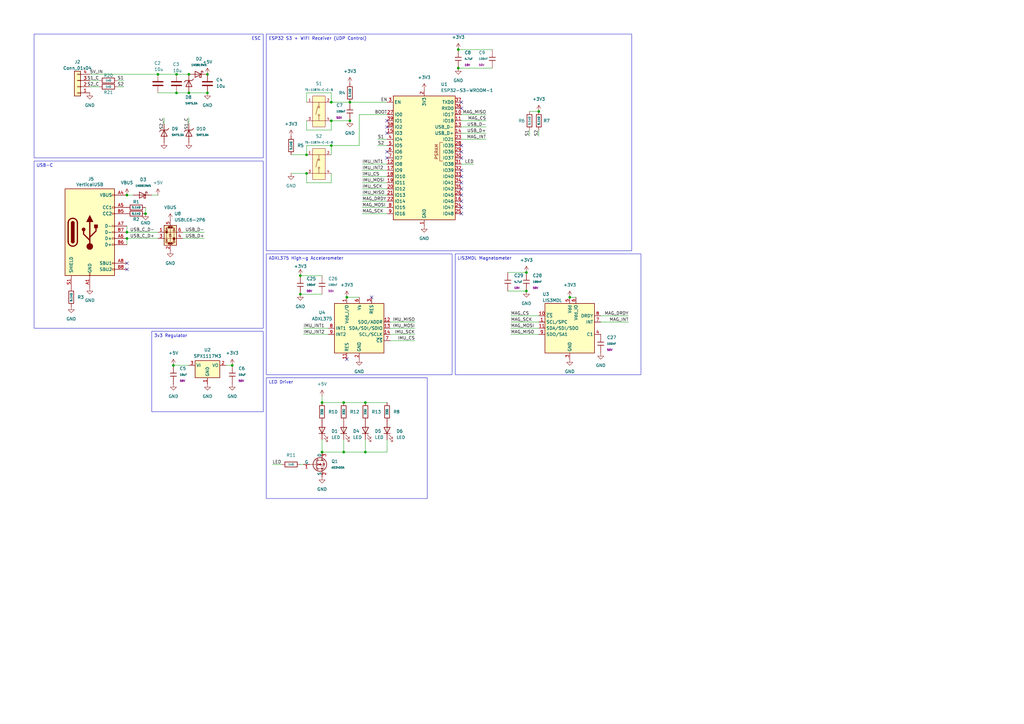
<source format=kicad_sch>
(kicad_sch (version 20250114) (generator "eeschema") (generator_version "9.0")
  (paper "A3")
  (text_box "ADXL375 High-g Accelerometer" (at 109.22 104.14 0) (size 76.2 49.53) (margins 0.9525 0.9525 0.9525 0.9525) (effects (font (size 1.27 1.27)) (justify left top)))
  (text_box "ESC" (at 13.97 13.97 0) (size 93.98 50.8) (margins 0.9525 0.9525 0.9525 0.9525) (effects (font (size 1.27 1.27)) (justify right top)))
  (text_box "LIS3MDL Magnetometer" (at 186.69 104.14 0) (size 76.2 49.53) (margins 0.9525 0.9525 0.9525 0.9525) (effects (font (size 1.27 1.27)) (justify left top)))
  (text_box "LED Driver" (at 109.22 154.94 0) (size 66.04 49.53) (margins 0.9525 0.9525 0.9525 0.9525) (effects (font (size 1.27 1.27)) (justify left top)))
  (text_box "3v3 Regulator" (at 62.23 135.89 0) (size 45.72 33.02) (margins 0.9525 0.9525 0.9525 0.9525) (effects (font (size 1.27 1.27)) (justify left top)))
  (text_box "USB-C" (at 13.97 66.04 0) (size 93.98 68.58) (margins 0.9525 0.9525 0.9525 0.9525) (effects (font (size 1.27 1.27)) (justify left top)))
  (text_box "ESP32 S3 + WIFI Receiver (UDP Control)" (at 109.22 13.97 0) (size 149.86 88.9) (margins 0.9525 0.9525 0.9525 0.9525) (effects (font (size 1.27 1.27)) (justify left top)))
  (junction (at 125.73 71.12))
  (junction (at 52.07 80.01))
  (junction (at 59.69 87.63))
  (junction (at 135.89 59.69))
  (junction (at 220.98 45.72))
  (junction (at 149.86 185.42))
  (junction (at 142.24 121.92))
  (junction (at 77.47 30.48))
  (junction (at 52.07 95.25))
  (junction (at 123.19 120.65))
  (junction (at 52.07 97.79))
  (junction (at 85.09 30.48))
  (junction (at 215.9 111.76))
  (junction (at 135.89 41.91))
  (junction (at 140.97 165.1))
  (junction (at 77.47 38.1))
  (junction (at 187.96 27.94))
  (junction (at 125.73 63.5))
  (junction (at 85.09 38.1))
  (junction (at 135.89 49.53))
  (junction (at 132.08 185.42))
  (junction (at 64.77 30.48))
  (junction (at 187.96 20.32))
  (junction (at 71.12 149.86))
  (junction (at 72.39 30.48))
  (junction (at 132.08 165.1))
  (junction (at 143.51 41.91))
  (junction (at 72.39 38.1))
  (junction (at 95.25 149.86))
  (junction (at 215.9 119.38))
  (junction (at 123.19 113.03))
  (junction (at 149.86 165.1))
  (junction (at 140.97 185.42))
  (junction (at 233.68 121.92))
  (junction (at 143.51 49.53))
  (no_connect (at 158.75 64.77))
  (no_connect (at 189.23 80.01))
  (no_connect (at 158.75 49.53))
  (no_connect (at 189.23 44.45))
  (no_connect (at 158.75 62.23))
  (no_connect (at 189.23 69.85))
  (no_connect (at 52.07 110.49))
  (no_connect (at 189.23 74.93))
  (no_connect (at 189.23 64.77))
  (no_connect (at 189.23 87.63))
  (no_connect (at 189.23 82.55))
  (no_connect (at 189.23 41.91))
  (no_connect (at 52.07 107.95))
  (no_connect (at 189.23 59.69))
  (no_connect (at 158.75 54.61))
  (no_connect (at 189.23 72.39))
  (no_connect (at 189.23 85.09))
  (no_connect (at 158.75 52.07))
  (no_connect (at 189.23 62.23))
  (no_connect (at 189.23 77.47))
  (no_connect (at 152.4 121.92))
  (no_connect (at 142.24 147.32))
  (wire (pts (xy 148.59 85.09) (xy 158.75 85.09)))
  (wire (pts (xy 147.32 121.92) (xy 142.24 121.92)))
  (wire (pts (xy 135.89 59.69) (xy 135.89 63.5)))
  (wire (pts (xy 140.97 185.42) (xy 149.86 185.42)))
  (wire (pts (xy 40.64 33.02) (xy 36.83 33.02)))
  (wire (pts (xy 233.68 121.92) (xy 236.22 121.92)))
  (wire (pts (xy 111.76 190.5) (xy 115.57 190.5)))
  (wire (pts (xy 124.46 137.16) (xy 134.62 137.16)))
  (wire (pts (xy 135.89 41.91) (xy 143.51 41.91)))
  (wire (pts (xy 148.59 80.01) (xy 158.75 80.01)))
  (wire (pts (xy 52.07 95.25) (xy 64.77 95.25)))
  (wire (pts (xy 160.02 132.08) (xy 170.18 132.08)))
  (wire (pts (xy 71.12 149.86) (xy 77.47 149.86)))
  (wire (pts (xy 209.55 129.54) (xy 220.98 129.54)))
  (wire (pts (xy 74.93 95.25) (xy 83.82 95.25)))
  (wire (pts (xy 189.23 67.31) (xy 194.31 67.31)))
  (wire (pts (xy 123.19 120.65) (xy 132.08 120.65)))
  (wire (pts (xy 119.38 71.12) (xy 125.73 71.12)))
  (wire (pts (xy 160.02 137.16) (xy 170.18 137.16)))
  (wire (pts (xy 125.73 38.1) (xy 135.89 38.1)))
  (wire (pts (xy 54.61 80.01) (xy 52.07 80.01)))
  (wire (pts (xy 217.17 45.72) (xy 220.98 45.72)))
  (wire (pts (xy 246.38 132.08) (xy 257.81 132.08)))
  (wire (pts (xy 154.94 57.15) (xy 158.75 57.15)))
  (wire (pts (xy 148.59 87.63) (xy 158.75 87.63)))
  (wire (pts (xy 125.73 53.34) (xy 125.73 49.53)))
  (wire (pts (xy 135.89 59.69) (xy 147.32 59.69)))
  (wire (pts (xy 124.46 134.62) (xy 134.62 134.62)))
  (wire (pts (xy 119.38 63.5) (xy 125.73 63.5)))
  (wire (pts (xy 72.39 30.48) (xy 77.47 30.48)))
  (wire (pts (xy 52.07 97.79) (xy 64.77 97.79)))
  (wire (pts (xy 158.75 185.42) (xy 149.86 185.42)))
  (wire (pts (xy 95.25 149.86) (xy 92.71 149.86)))
  (wire (pts (xy 59.69 85.09) (xy 59.69 87.63)))
  (wire (pts (xy 132.08 165.1) (xy 140.97 165.1)))
  (wire (pts (xy 149.86 165.1) (xy 158.75 165.1)))
  (wire (pts (xy 64.77 30.48) (xy 72.39 30.48)))
  (wire (pts (xy 67.31 48.26) (xy 67.31 50.8)))
  (wire (pts (xy 132.08 185.42) (xy 140.97 185.42)))
  (wire (pts (xy 125.73 71.12) (xy 125.73 74.93)))
  (wire (pts (xy 64.77 38.1) (xy 72.39 38.1)))
  (wire (pts (xy 220.98 53.34) (xy 220.98 55.88)))
  (wire (pts (xy 140.97 180.34) (xy 140.97 185.42)))
  (wire (pts (xy 154.94 59.69) (xy 158.75 59.69)))
  (wire (pts (xy 187.96 27.94) (xy 201.93 27.94)))
  (wire (pts (xy 40.64 35.56) (xy 36.83 35.56)))
  (wire (pts (xy 189.23 57.15) (xy 199.39 57.15)))
  (wire (pts (xy 143.51 41.91) (xy 158.75 41.91)))
  (wire (pts (xy 148.59 82.55) (xy 158.75 82.55)))
  (wire (pts (xy 209.55 134.62) (xy 220.98 134.62)))
  (wire (pts (xy 148.59 74.93) (xy 158.75 74.93)))
  (wire (pts (xy 208.28 119.38) (xy 215.9 119.38)))
  (wire (pts (xy 50.8 33.02) (xy 48.26 33.02)))
  (wire (pts (xy 147.32 59.69) (xy 147.32 46.99)))
  (wire (pts (xy 148.59 77.47) (xy 158.75 77.47)))
  (wire (pts (xy 189.23 54.61) (xy 199.39 54.61)))
  (wire (pts (xy 62.23 80.01) (xy 64.77 80.01)))
  (wire (pts (xy 123.19 190.5) (xy 124.46 190.5)))
  (wire (pts (xy 217.17 53.34) (xy 217.17 55.88)))
  (wire (pts (xy 125.73 59.69) (xy 135.89 59.69)))
  (wire (pts (xy 149.86 180.34) (xy 149.86 185.42)))
  (wire (pts (xy 132.08 162.56) (xy 132.08 165.1)))
  (wire (pts (xy 36.83 30.48) (xy 64.77 30.48)))
  (wire (pts (xy 132.08 185.42) (xy 132.08 180.34)))
  (wire (pts (xy 77.47 48.26) (xy 77.47 50.8)))
  (wire (pts (xy 135.89 38.1) (xy 135.89 41.91)))
  (wire (pts (xy 52.07 92.71) (xy 52.07 95.25)))
  (wire (pts (xy 246.38 129.54) (xy 257.81 129.54)))
  (wire (pts (xy 147.32 46.99) (xy 158.75 46.99)))
  (wire (pts (xy 135.89 74.93) (xy 135.89 71.12)))
  (wire (pts (xy 148.59 69.85) (xy 158.75 69.85)))
  (wire (pts (xy 148.59 67.31) (xy 158.75 67.31)))
  (wire (pts (xy 125.73 63.5) (xy 125.73 59.69)))
  (wire (pts (xy 148.59 72.39) (xy 158.75 72.39)))
  (wire (pts (xy 135.89 49.53) (xy 143.51 49.53)))
  (wire (pts (xy 209.55 132.08) (xy 220.98 132.08)))
  (wire (pts (xy 74.93 97.79) (xy 83.82 97.79)))
  (wire (pts (xy 135.89 49.53) (xy 135.89 53.34)))
  (wire (pts (xy 160.02 139.7) (xy 170.18 139.7)))
  (wire (pts (xy 125.73 41.91) (xy 125.73 38.1)))
  (wire (pts (xy 50.8 35.56) (xy 48.26 35.56)))
  (wire (pts (xy 187.96 20.32) (xy 201.93 20.32)))
  (wire (pts (xy 125.73 74.93) (xy 135.89 74.93)))
  (wire (pts (xy 135.89 53.34) (xy 125.73 53.34)))
  (wire (pts (xy 140.97 165.1) (xy 149.86 165.1)))
  (wire (pts (xy 208.28 111.76) (xy 215.9 111.76)))
  (wire (pts (xy 77.47 38.1) (xy 85.09 38.1)))
  (wire (pts (xy 72.39 38.1) (xy 77.47 38.1)))
  (wire (pts (xy 189.23 49.53) (xy 199.39 49.53)))
  (wire (pts (xy 123.19 113.03) (xy 132.08 113.03)))
  (wire (pts (xy 160.02 134.62) (xy 170.18 134.62)))
  (wire (pts (xy 52.07 97.79) (xy 52.07 100.33)))
  (wire (pts (xy 209.55 137.16) (xy 220.98 137.16)))
  (wire (pts (xy 189.23 46.99) (xy 199.39 46.99)))
  (wire (pts (xy 158.75 180.34) (xy 158.75 185.42)))
  (wire (pts (xy 189.23 52.07) (xy 199.39 52.07)))
  (label "MAG_SCK" (at 209.55 132.08 0))
  (label "MAG_CS" (at 209.55 129.54 0))
  (label "IMU_CS" (at 148.59 72.39 0))
  (label "LED" (at 194.31 67.31 180))
  (label "IMU_INT1" (at 124.46 134.62 0))
  (label "IMU_MOSI" (at 170.18 134.62 180))
  (label "IMU_SCK" (at 170.18 137.16 180))
  (label "S2" (at 220.98 55.88 90))
  (label "S2" (at 154.94 59.69 0))
  (label "USB_D+" (at 83.82 97.79 180))
  (label "LED" (at 111.76 190.5 0))
  (label "IMU_INT1" (at 148.59 67.31 0))
  (label "MAG_INT" (at 257.81 132.08 180))
  (label "USB_D-" (at 199.39 52.07 180))
  (label "MAG_MISO" (at 199.39 46.99 180))
  (label "IMU_INT2" (at 124.46 137.16 0))
  (label "MAG_DRDY" (at 257.81 129.54 180))
  (label "IMU_MOSI" (at 148.59 74.93 0))
  (label "IMU_SCK" (at 148.59 77.47 0))
  (label "MAG_CS" (at 199.39 49.53 180))
  (label "MAG_INT" (at 199.39 57.15 180))
  (label "MAG_MISO" (at 209.55 137.16 0))
  (label "S2_C" (at 67.31 48.26 270))
  (label "MAG_MOSI" (at 148.59 85.09 0))
  (label "MAG_SCK" (at 148.59 87.63 0))
  (label "IMU_MISO" (at 170.18 132.08 180))
  (label "MAG_MOSI" (at 209.55 134.62 0))
  (label "MAG_DRDY" (at 148.59 82.55 0))
  (label "IMU_MISO" (at 148.59 80.01 0))
  (label "S1" (at 154.94 57.15 0))
  (label "S2" (at 50.8 35.56 180))
  (label "S2_C" (at 40.64 35.56 180))
  (label "S1_C" (at 77.47 48.26 270))
  (label "USB_C_D-" (at 53.34 95.25 0))
  (label "S1" (at 50.8 33.02 180))
  (label "USB_D-" (at 83.82 95.25 180))
  (label "EN" (at 156.21 41.91 0))
  (label "USB_D+" (at 199.39 54.61 180))
  (label "S1_C" (at 40.64 33.02 180))
  (label "S1" (at 217.17 55.88 90))
  (label "USB_C_D+" (at 53.34 97.79 0))
  (label "5V_IN" (at 36.83 30.48 0))
  (label "BOOT" (at 153.67 46.99 0))
  (label "IMU_CS" (at 170.18 139.7 180))
  (label "IMU_INT2" (at 148.59 69.85 0))
  (symbol (lib_id "PCM_JLCPCB-Connectors_Buttons:Tactile Button, 160gf, 12V, 50mA, 5.1mm") (at 130.81 44.45 0) (unit 1)
    (property "Reference" "S1" (at 130.81 34.29 0))
    (property "Value" "TS-1187A-C-C-B" (at 130.81 36.83 0) (effects (font (size 0.8 0.8))))
    (property "Footprint" "PCM_JLCPCB:SW-SMD_4P-L5.1-W5.1-P3.70-LS6.5-TL-2" (effects (hide yes)))
    (property "Datasheet" "https://www.lcsc.com/datasheet/lcsc_datasheet_2304140030_XKB-Connection-TS-1187A-B-A-B_C318884.pdf" (effects (hide yes)))
    (property "Description" "None Without 50mA 5.1mm 100000 Times 160gf 12V 5.1mm 1.5mm Round Button Standing paste SPST SMD Tactile Switches ROHS" (effects (hide yes)))
    (property "LCSC" "C318889" (effects (hide yes)))
    (property "Stock" "472664" (effects (hide yes)))
    (property "Price" "0.025USD" (effects (hide yes)))
    (property "Process" "SMT" (effects (hide yes)))
    (property "Minimum Qty" "10" (effects (hide yes)))
    (property "Attrition Qty" "5" (effects (hide yes)))
    (property "Class" "Basic Component" (effects (hide yes)))
    (property "Category" "Switches,Tactile Switches" (effects (hide yes)))
    (property "Manufacturer" "XKB Connectivity" (effects (hide yes)))
    (property "Part" "TS-1187A-B-A-B" (effects (hide yes)))
    (property "Switch Length" "5.1mm" (effects (hide yes)))
    (property "Voltage Rating (Dc)" "12V" (effects (hide yes)))
    (property "With Lamp" "No" (effects (hide yes)))
    (property "Operating Force" "160gf" (effects (hide yes)))
    (property "Actuator/Cap Color" "Golden" (effects (hide yes)))
    (property "Mechanical Life" "100000 Times" (effects (hide yes)))
    (property "Strike Gundam" "NO" (effects (hide yes)))
    (property "Circuit" "SPST" (effects (hide yes)))
    (property "Switch Height" "1.5mm" (effects (hide yes)))
    (property "Actuator Style" "Round Button" (effects (hide yes)))
    (property "Switch Width" "5.1mm" (effects (hide yes)))
    (property "Contact Current" "50mA" (effects (hide yes)))
    (property "Operating Temperature" "-30°C~+85°C" (effects (hide yes)))
    (property "Mounting Style" "Brick nogging" (effects (hide yes)))
  )
  (symbol (lib_id "power:+5V") (at 132.08 162.56 0) (unit 1)
    (property "Reference" "#PWR043" (effects (hide yes)))
    (property "Value" "+5V" (at 132.08 157.48 0))
    (property "Description" "Power symbol creates a global label with name \"+5V\"" (effects (hide yes)))
  )
  (symbol (lib_id "power:+3V3") (at 215.9 111.76 0) (unit 1)
    (property "Reference" "#PWR051" (effects (hide yes)))
    (property "Value" "+3V3" (at 215.9 106.68 0))
    (property "Description" "Power symbol creates a global label with name \"+3V3\"" (effects (hide yes)))
  )
  (symbol (lib_id "power:GND") (at 119.38 71.12 0) (unit 1)
    (property "Reference" "#PWR023" (effects (hide yes)))
    (property "Value" "GND" (at 119.38 76.2 0))
    (property "Description" "Power symbol creates a global label with name \"GND\" , ground" (effects (hide yes)))
  )
  (symbol (lib_id "power:+3V3") (at 187.96 20.32 0) (unit 1)
    (property "Reference" "#PWR024" (effects (hide yes)))
    (property "Value" "+3V3" (at 187.96 15.24 0))
    (property "Description" "Power symbol creates a global label with name \"+3V3\"" (effects (hide yes)))
  )
  (symbol (lib_id "PCM_JLCPCB-Diodes:TVS-Uni,SMF5.0A") (at 77.47 34.29 180) (unit 1)
    (property "Reference" "D8" (at 75.946 39.878 0) (effects (justify right)))
    (property "Value" "SMF5.0A" (at 75.946 42.4181 0) (effects (font (size 0.8 0.8)) (justify right)))
    (property "Footprint" "PCM_JLCPCB:D_SOD-123FL" (effects (hide yes)))
    (property "Datasheet" "https://wmsc.lcsc.com/wmsc/upload/file/pdf/v2/lcsc/2312041000_hongjiacheng-SMF5-0A_C19077497.pdf" (effects (hide yes)))
    (property "Description" "27.4A 7.3V 200W 6.4V Unidirectional 5V SOD-123FL ESD and Surge Protection (TVS/ESD) ROHS" (effects (hide yes)))
    (property "LCSC" "C19077497" (effects (hide yes)))
    (property "Stock" "158412" (effects (hide yes)))
    (property "Price" "0.028USD" (effects (hide yes)))
    (property "Process" "SMT" (effects (hide yes)))
    (property "Minimum Qty" "15" (effects (hide yes)))
    (property "Attrition Qty" "4" (effects (hide yes)))
    (property "Class" "Preferred Component" (effects (hide yes)))
    (property "Category" "Circuit Protection,ESD And Surge Protection (TVS/ESD)" (effects (hide yes)))
    (property "Manufacturer" "hongjiacheng" (effects (hide yes)))
    (property "Part" "SMF5.0A" (effects (hide yes)))
  )
  (symbol (lib_id "power:GND") (at 95.25 157.48 0) (unit 1)
    (property "Reference" "#PWR018" (effects (hide yes)))
    (property "Value" "GND" (at 95.25 162.56 0))
    (property "Description" "Power symbol creates a global label with name \"GND\" , ground" (effects (hide yes)))
  )
  (symbol (lib_id "PCM_JLCPCB-Diodes:Schottky,1N5819WS") (at 58.42 80.01 90) (unit 1)
    (property "Reference" "D3" (at 58.7375 73.66 90))
    (property "Value" "1N5819WS" (at 58.7375 76.2 90) (effects (font (size 0.8 0.8))))
    (property "Footprint" "PCM_JLCPCB:D_SOD-323" (effects (hide yes)))
    (property "Datasheet" "https://www.lcsc.com/datasheet/lcsc_datasheet_2409300937_Guangdong-Hottech-1N5819WS_C191023.pdf" (effects (hide yes)))
    (property "Description" "40V 600mV@1A 1A SOD-323 Schottky Diodes ROHS" (effects (hide yes)))
    (property "LCSC" "C191023" (effects (hide yes)))
    (property "Stock" "1836556" (effects (hide yes)))
    (property "Price" "0.013USD" (effects (hide yes)))
    (property "Process" "SMT" (effects (hide yes)))
    (property "Minimum Qty" "20" (effects (hide yes)))
    (property "Attrition Qty" "10" (effects (hide yes)))
    (property "Class" "Basic Component" (effects (hide yes)))
    (property "Category" "Diodes,Schottky Barrier Diodes (SBD)" (effects (hide yes)))
    (property "Manufacturer" "Guangdong Hottech" (effects (hide yes)))
    (property "Part" "1N5819WS" (effects (hide yes)))
    (property "Rectified Current" "1A" (effects (hide yes)))
    (property "Forward Voltage (Vf@If)" "600mV@1A" (effects (hide yes)))
    (property "Reverse Voltage (Vr)" "40V" (effects (hide yes)))
  )
  (symbol (lib_id "power:+3V3") (at 143.51 34.29 0) (unit 1)
    (property "Reference" "#PWR020" (effects (hide yes)))
    (property "Value" "+3V3" (at 143.51 29.21 0))
    (property "Description" "Power symbol creates a global label with name \"+3V3\"" (effects (hide yes)))
  )
  (symbol (lib_id "power:+3V3") (at 233.68 121.92 0) (unit 1)
    (property "Reference" "#PWR048" (effects (hide yes)))
    (property "Value" "+3V3" (at 233.68 116.84 0))
    (property "Description" "Power symbol creates a global label with name \"+3V3\"" (effects (hide yes)))
  )
  (symbol (lib_id "PCM_JLCPCB-Capacitors:0805,10uF,(2)") (at 95.25 153.67 0) (unit 1)
    (property "Reference" "C6" (at 97.79 151.1299 0) (effects (justify left)))
    (property "Value" "10uF" (at 97.79 153.67 0) (effects (font (size 0.8 0.8)) (justify left)))
    (property "Footprint" "PCM_JLCPCB:C_0805" (effects (hide yes)))
    (property "Datasheet" "https://www.lcsc.com/datasheet/lcsc_datasheet_2411041759_Murata-Electronics-GRM21BR61H106KE43L_C440198.pdf" (effects (hide yes)))
    (property "Description" "50V 10uF X5R ±10% 0805 Multilayer Ceramic Capacitors MLCC - SMD/SMT ROHS" (effects (hide yes)))
    (property "LCSC" "C440198" (effects (hide yes)))
    (property "Stock" "1422246" (effects (hide yes)))
    (property "Price" "0.066USD" (effects (hide yes)))
    (property "Process" "SMT" (effects (hide yes)))
    (property "Minimum Qty" "5" (effects (hide yes)))
    (property "Attrition Qty" "4" (effects (hide yes)))
    (property "Class" "Basic Component" (effects (hide yes)))
    (property "Category" "Capacitors,Multilayer Ceramic Capacitors MLCC - SMD/SMT" (effects (hide yes)))
    (property "Manufacturer" "Murata Electronics" (effects (hide yes)))
    (property "Part" "GRM21BR61H106KE43L" (effects (hide yes)))
    (property "Voltage Rated" "50V" (at 97.79 156.21 0) (effects (font (size 0.8 0.8)) (justify left)))
    (property "Tolerance" "±10%" (effects (hide yes)))
    (property "Capacitance" "10uF" (effects (hide yes)))
    (property "Temperature Coefficient" "X5R" (effects (hide yes)))
  )
  (symbol (lib_id "PCM_JLCPCB-Capacitors:0805,10uF,(2)") (at 71.12 153.67 0) (unit 1)
    (property "Reference" "C5" (at 73.66 151.1299 0) (effects (justify left)))
    (property "Value" "10uF" (at 73.66 153.67 0) (effects (font (size 0.8 0.8)) (justify left)))
    (property "Footprint" "PCM_JLCPCB:C_0805" (effects (hide yes)))
    (property "Datasheet" "https://www.lcsc.com/datasheet/lcsc_datasheet_2411041759_Murata-Electronics-GRM21BR61H106KE43L_C440198.pdf" (effects (hide yes)))
    (property "Description" "50V 10uF X5R ±10% 0805 Multilayer Ceramic Capacitors MLCC - SMD/SMT ROHS" (effects (hide yes)))
    (property "LCSC" "C440198" (effects (hide yes)))
    (property "Stock" "1422246" (effects (hide yes)))
    (property "Price" "0.066USD" (effects (hide yes)))
    (property "Process" "SMT" (effects (hide yes)))
    (property "Minimum Qty" "5" (effects (hide yes)))
    (property "Attrition Qty" "4" (effects (hide yes)))
    (property "Class" "Basic Component" (effects (hide yes)))
    (property "Category" "Capacitors,Multilayer Ceramic Capacitors MLCC - SMD/SMT" (effects (hide yes)))
    (property "Manufacturer" "Murata Electronics" (effects (hide yes)))
    (property "Part" "GRM21BR61H106KE43L" (effects (hide yes)))
    (property "Voltage Rated" "50V" (at 73.66 156.21 0) (effects (font (size 0.8 0.8)) (justify left)))
    (property "Tolerance" "±10%" (effects (hide yes)))
    (property "Capacitance" "10uF" (effects (hide yes)))
    (property "Temperature Coefficient" "X5R" (effects (hide yes)))
  )
  (symbol (lib_id "power:+5V") (at 71.12 149.86 0) (unit 1)
    (property "Reference" "#PWR015" (effects (hide yes)))
    (property "Value" "+5V" (at 71.12 144.78 0))
    (property "Description" "Power symbol creates a global label with name \"+5V\"" (effects (hide yes)))
  )
  (symbol (lib_id "Device:LED") (at 140.97 176.53 90) (unit 1)
    (property "Reference" "D4" (at 144.78 176.8474 90) (effects (justify right)))
    (property "Value" "LED" (at 144.78 179.3874 90) (effects (justify right)))
    (property "Footprint" "LED_SMD:LED_PLCC_2835" (effects (hide yes)))
    (property "Description" "Light emitting diode" (effects (hide yes)))
    (property "Sim.Pins" "1=K 2=A" (effects (hide yes)))
    (property "LCSC" "C2843871" (effects (hide yes)))
  )
  (symbol (lib_id "power:GND") (at 36.83 118.11 0) (unit 1)
    (property "Reference" "#PWR011" (effects (hide yes)))
    (property "Value" "GND" (at 36.83 123.19 0))
    (property "Description" "Power symbol creates a global label with name \"GND\" , ground" (effects (hide yes)))
  )
  (symbol (lib_id "PCM_JLCPCB-Diodes:TVS-Uni,SMF5.0A") (at 77.47 54.61 180) (unit 1)
    (property "Reference" "D10" (at 80.518 52.832 0) (effects (justify right)))
    (property "Value" "SMF5.0A" (at 80.518 55.3721 0) (effects (font (size 0.8 0.8)) (justify right)))
    (property "Footprint" "PCM_JLCPCB:D_SOD-123FL" (effects (hide yes)))
    (property "Datasheet" "https://wmsc.lcsc.com/wmsc/upload/file/pdf/v2/lcsc/2312041000_hongjiacheng-SMF5-0A_C19077497.pdf" (effects (hide yes)))
    (property "Description" "27.4A 7.3V 200W 6.4V Unidirectional 5V SOD-123FL ESD and Surge Protection (TVS/ESD) ROHS" (effects (hide yes)))
    (property "LCSC" "C19077497" (effects (hide yes)))
    (property "Stock" "158412" (effects (hide yes)))
    (property "Price" "0.028USD" (effects (hide yes)))
    (property "Process" "SMT" (effects (hide yes)))
    (property "Minimum Qty" "15" (effects (hide yes)))
    (property "Attrition Qty" "4" (effects (hide yes)))
    (property "Class" "Preferred Component" (effects (hide yes)))
    (property "Category" "Circuit Protection,ESD And Surge Protection (TVS/ESD)" (effects (hide yes)))
    (property "Manufacturer" "hongjiacheng" (effects (hide yes)))
    (property "Part" "SMF5.0A" (effects (hide yes)))
  )
  (symbol (lib_id "power:GND") (at 59.69 87.63 0) (unit 1)
    (property "Reference" "#PWR07" (effects (hide yes)))
    (property "Value" "GND" (at 59.69 91.44 0))
    (property "Description" "Power symbol creates a global label with name \"GND\" , ground" (effects (hide yes)))
  )
  (symbol (lib_id "power:GND") (at 123.19 120.65 0) (unit 1)
    (property "Reference" "#PWR046" (effects (hide yes)))
    (property "Value" "GND" (at 123.19 125.73 0))
    (property "Description" "Power symbol creates a global label with name \"GND\" , ground" (effects (hide yes)))
  )
  (symbol (lib_id "PCM_JLCPCB-Resistors:0402,5.1kΩ") (at 55.88 87.63 90) (unit 1)
    (property "Reference" "R2" (at 55.88 89.916 90))
    (property "Value" "5.1kΩ" (at 55.88 87.63 90) (effects (font (size 0.8 0.8))))
    (property "Footprint" "PCM_JLCPCB:R_0402" (effects (hide yes)))
    (property "Datasheet" "https://www.lcsc.com/datasheet/lcsc_datasheet_2206010045_UNI-ROYAL-Uniroyal-Elec-0402WGF5101TCE_C25905.pdf" (effects (hide yes)))
    (property "Description" "62.5mW Thick Film Resistors 50V ±100ppm/°C ±1% 5.1kΩ 0402 Chip Resistor - Surface Mount ROHS" (effects (hide yes)))
    (property "LCSC" "C25905" (effects (hide yes)))
    (property "Stock" "3534773" (effects (hide yes)))
    (property "Price" "0.004USD" (effects (hide yes)))
    (property "Process" "SMT" (effects (hide yes)))
    (property "Minimum Qty" "20" (effects (hide yes)))
    (property "Attrition Qty" "10" (effects (hide yes)))
    (property "Class" "Basic Component" (effects (hide yes)))
    (property "Category" "Resistors,Chip Resistor - Surface Mount" (effects (hide yes)))
    (property "Manufacturer" "UNI-ROYAL(Uniroyal Elec)" (effects (hide yes)))
    (property "Part" "0402WGF5101TCE" (effects (hide yes)))
    (property "Resistance" "5.1kΩ" (effects (hide yes)))
    (property "Power(Watts)" "62.5mW" (effects (hide yes)))
    (property "Type" "Thick Film Resistors" (effects (hide yes)))
    (property "Overload Voltage (Max)" "50V" (effects (hide yes)))
    (property "Operating Temperature Range" "-55°C~+155°C" (effects (hide yes)))
    (property "Tolerance" "±1%" (effects (hide yes)))
    (property "Temperature Coefficient" "±100ppm/°C" (effects (hide yes)))
  )
  (symbol (lib_id "power:GND") (at 71.12 157.48 0) (unit 1)
    (property "Reference" "#PWR016" (effects (hide yes)))
    (property "Value" "GND" (at 71.12 162.56 0))
    (property "Description" "Power symbol creates a global label with name \"GND\" , ground" (effects (hide yes)))
  )
  (symbol (lib_id "PCM_JLCPCB-Resistors:0402,1kΩ") (at 44.45 35.56 270) (mirror x) (unit 1)
    (property "Reference" "R21" (at 44.45 37.846 90))
    (property "Value" "1kΩ" (at 44.45 35.56 90) (effects (font (size 0.8 0.8))))
    (property "Footprint" "PCM_JLCPCB:R_0402" (effects (hide yes)))
    (property "Datasheet" "https://www.lcsc.com/datasheet/lcsc_datasheet_2206010216_UNI-ROYAL-Uniroyal-Elec-0402WGF1001TCE_C11702.pdf" (effects (hide yes)))
    (property "Description" "62.5mW Thick Film Resistors 50V ±100ppm/°C ±1% 1kΩ 0402 Chip Resistor - Surface Mount ROHS" (effects (hide yes)))
    (property "LCSC" "C11702" (effects (hide yes)))
    (property "Stock" "13226393" (effects (hide yes)))
    (property "Price" "0.004USD" (effects (hide yes)))
    (property "Process" "SMT" (effects (hide yes)))
    (property "Minimum Qty" "20" (effects (hide yes)))
    (property "Attrition Qty" "10" (effects (hide yes)))
    (property "Class" "Basic Component" (effects (hide yes)))
    (property "Category" "Resistors,Chip Resistor - Surface Mount" (effects (hide yes)))
    (property "Manufacturer" "UNI-ROYAL(Uniroyal Elec)" (effects (hide yes)))
    (property "Part" "0402WGF1001TCE" (effects (hide yes)))
    (property "Resistance" "1kΩ" (effects (hide yes)))
    (property "Power(Watts)" "62.5mW" (effects (hide yes)))
    (property "Type" "Thick Film Resistors" (effects (hide yes)))
    (property "Overload Voltage (Max)" "50V" (effects (hide yes)))
    (property "Operating Temperature Range" "-55°C~+155°C" (effects (hide yes)))
    (property "Tolerance" "±1%" (effects (hide yes)))
    (property "Temperature Coefficient" "±100ppm/°C" (effects (hide yes)))
  )
  (symbol (lib_id "power:GND") (at 85.09 38.1 0) (unit 1)
    (property "Reference" "#PWR057" (effects (hide yes)))
    (property "Value" "GND" (at 85.09 43.18 0))
    (property "Description" "Power symbol creates a global label with name \"GND\" , ground" (effects (hide yes)))
  )
  (symbol (lib_id "Connector_Generic:Conn_01x04") (at 31.75 35.56 180) (unit 1)
    (property "Reference" "J2" (at 31.75 25.4 0))
    (property "Value" "Conn_01x04" (at 31.75 27.94 0))
    (property "Footprint" "Connector_Molex:Molex_Micro-Fit_3.0_43045-0400_2x02_P3.00mm_Horizontal" (effects (hide yes)))
    (property "Description" "Generic connector, single row, 01x04, script generated (kicad-library-utils/schlib/autogen/connector/)" (effects (hide yes)))
    (property "LCSC" "C122413" (effects (hide yes)))
  )
  (symbol (lib_id "power:GND") (at 77.47 58.42 0) (unit 1)
    (property "Reference" "#PWR059" (effects (hide yes)))
    (property "Value" "GND" (effects (hide yes)))
    (property "Description" "Power symbol creates a global label with name \"GND\" , ground" (effects (hide yes)))
  )
  (symbol (lib_id "PCM_JLCPCB-Capacitors:0402,4.7uF") (at 187.96 24.13 0) (unit 1)
    (property "Reference" "C8" (at 190.5 21.5899 0) (effects (justify left)))
    (property "Value" "4.7uF" (at 190.5 24.13 0) (effects (font (size 0.8 0.8)) (justify left)))
    (property "Footprint" "PCM_JLCPCB:C_0402" (effects (hide yes)))
    (property "Datasheet" "https://www.lcsc.com/datasheet/lcsc_datasheet_2304140030_Samsung-Electro-Mechanics-CL05A475MP5NRNC_C23733.pdf" (effects (hide yes)))
    (property "Description" "10V 4.7uF X5R ±20% 0402 Multilayer Ceramic Capacitors MLCC - SMD/SMT ROHS" (effects (hide yes)))
    (property "LCSC" "C23733" (effects (hide yes)))
    (property "Stock" "4366811" (effects (hide yes)))
    (property "Price" "0.008USD" (effects (hide yes)))
    (property "Process" "SMT" (effects (hide yes)))
    (property "Minimum Qty" "20" (effects (hide yes)))
    (property "Attrition Qty" "10" (effects (hide yes)))
    (property "Class" "Basic Component" (effects (hide yes)))
    (property "Category" "Capacitors,Multilayer Ceramic Capacitors MLCC - SMD/SMT" (effects (hide yes)))
    (property "Manufacturer" "Samsung Electro-Mechanics" (effects (hide yes)))
    (property "Part" "CL05A475MP5NRNC" (effects (hide yes)))
    (property "Voltage Rated" "10V" (at 190.5 26.67 0) (effects (font (size 0.8 0.8)) (justify left)))
    (property "Tolerance" "±20%" (effects (hide yes)))
    (property "Capacitance" "4.7uF" (effects (hide yes)))
    (property "Temperature Coefficient" "X5R" (effects (hide yes)))
  )
  (symbol (lib_id "PCM_JLCPCB-Resistors:0805,33Ω") (at 158.75 168.91 0) (unit 1)
    (property "Reference" "R8" (at 161.29 168.9099 0) (effects (justify left)))
    (property "Value" "33Ω" (at 158.75 168.91 90) (effects (font (size 0.8 0.8))))
    (property "Footprint" "PCM_JLCPCB:R_0805" (effects (hide yes)))
    (property "Datasheet" "https://www.lcsc.com/datasheet/lcsc_datasheet_2205311830_UNI-ROYAL-Uniroyal-Elec-0805W8F330JT5E_C17634.pdf" (effects (hide yes)))
    (property "Description" "125mW Thick Film Resistors 150V ±1% ±200ppm/°C 33Ω 0805 Chip Resistor - Surface Mount ROHS" (effects (hide yes)))
    (property "LCSC" "C17634" (effects (hide yes)))
    (property "Stock" "335994" (effects (hide yes)))
    (property "Price" "0.005USD" (effects (hide yes)))
    (property "Process" "SMT" (effects (hide yes)))
    (property "Minimum Qty" "20" (effects (hide yes)))
    (property "Attrition Qty" "10" (effects (hide yes)))
    (property "Class" "Basic Component" (effects (hide yes)))
    (property "Category" "Resistors,Chip Resistor - Surface Mount" (effects (hide yes)))
    (property "Manufacturer" "UNI-ROYAL(Uniroyal Elec)" (effects (hide yes)))
    (property "Part" "0805W8F330JT5E" (effects (hide yes)))
    (property "Resistance" "33Ω" (effects (hide yes)))
    (property "Power(Watts)" "125mW" (effects (hide yes)))
    (property "Type" "Thick Film Resistors" (effects (hide yes)))
    (property "Overload Voltage (Max)" "150V" (effects (hide yes)))
    (property "Operating Temperature Range" "-55°C~+155°C" (effects (hide yes)))
    (property "Tolerance" "±1%" (effects (hide yes)))
    (property "Temperature Coefficient" "±200ppm/°C" (effects (hide yes)))
  )
  (symbol (lib_id "Connector:USB_C_Receptacle_USB2.0_16P") (at 36.83 95.25 0) (unit 1)
    (property "Reference" "J5" (at 37.338 73.406 0))
    (property "Value" "VerticalUSB" (at 36.83 75.692 0))
    (property "Footprint" "custom:CONN_GT-USB-7055A_GSW" (effects (hide yes)))
    (property "Datasheet" "https://www.usb.org/sites/default/files/documents/usb_type-c.zip" (effects (hide yes)))
    (property "Description" "USB 2.0-only 16P Type-C Receptacle connector" (effects (hide yes)))
  )
  (symbol (lib_id "PCM_JLCPCB-Capacitors:0402,100nF,(2)") (at 123.19 116.84 0) (unit 1)
    (property "Reference" "C25" (at 125.73 114.2999 0) (effects (justify left)))
    (property "Value" "100nF" (at 125.73 116.84 0) (effects (font (size 0.8 0.8)) (justify left)))
    (property "Footprint" "PCM_JLCPCB:C_0402" (effects (hide yes)))
    (property "Datasheet" "https://www.lcsc.com/datasheet/lcsc_datasheet_2304140030_Samsung-Electro-Mechanics-CL05B104KB54PNC_C307331.pdf" (effects (hide yes)))
    (property "Description" "50V 100nF X7R ±10% 0402 Multilayer Ceramic Capacitors MLCC - SMD/SMT ROHS" (effects (hide yes)))
    (property "LCSC" "C307331" (effects (hide yes)))
    (property "Stock" "8389599" (effects (hide yes)))
    (property "Price" "0.008USD" (effects (hide yes)))
    (property "Process" "SMT" (effects (hide yes)))
    (property "Minimum Qty" "20" (effects (hide yes)))
    (property "Attrition Qty" "10" (effects (hide yes)))
    (property "Class" "Basic Component" (effects (hide yes)))
    (property "Category" "Capacitors,Multilayer Ceramic Capacitors MLCC - SMD/SMT" (effects (hide yes)))
    (property "Manufacturer" "Samsung Electro-Mechanics" (effects (hide yes)))
    (property "Part" "CL05B104KB54PNC" (effects (hide yes)))
    (property "Voltage Rated" "50V" (at 125.73 119.38 0) (effects (font (size 0.8 0.8)) (justify left)))
    (property "Tolerance" "±10%" (effects (hide yes)))
    (property "Capacitance" "100nF" (effects (hide yes)))
    (property "Temperature Coefficient" "X7R" (effects (hide yes)))
  )
  (symbol (lib_id "PCM_JLCPCB-Resistors:0402,5.1kΩ") (at 29.21 121.92 180) (unit 1)
    (property "Reference" "R3" (at 31.75 121.9199 0) (effects (justify right)))
    (property "Value" "5.1kΩ" (at 29.21 121.92 90) (effects (font (size 0.8 0.8))))
    (property "Footprint" "PCM_JLCPCB:R_0402" (effects (hide yes)))
    (property "Datasheet" "https://www.lcsc.com/datasheet/lcsc_datasheet_2206010045_UNI-ROYAL-Uniroyal-Elec-0402WGF5101TCE_C25905.pdf" (effects (hide yes)))
    (property "Description" "62.5mW Thick Film Resistors 50V ±100ppm/°C ±1% 5.1kΩ 0402 Chip Resistor - Surface Mount ROHS" (effects (hide yes)))
    (property "LCSC" "C25905" (effects (hide yes)))
    (property "Stock" "3534773" (effects (hide yes)))
    (property "Price" "0.004USD" (effects (hide yes)))
    (property "Process" "SMT" (effects (hide yes)))
    (property "Minimum Qty" "20" (effects (hide yes)))
    (property "Attrition Qty" "10" (effects (hide yes)))
    (property "Class" "Basic Component" (effects (hide yes)))
    (property "Category" "Resistors,Chip Resistor - Surface Mount" (effects (hide yes)))
    (property "Manufacturer" "UNI-ROYAL(Uniroyal Elec)" (effects (hide yes)))
    (property "Part" "0402WGF5101TCE" (effects (hide yes)))
    (property "Resistance" "5.1kΩ" (effects (hide yes)))
    (property "Power(Watts)" "62.5mW" (effects (hide yes)))
    (property "Type" "Thick Film Resistors" (effects (hide yes)))
    (property "Overload Voltage (Max)" "50V" (effects (hide yes)))
    (property "Operating Temperature Range" "-55°C~+155°C" (effects (hide yes)))
    (property "Tolerance" "±1%" (effects (hide yes)))
    (property "Temperature Coefficient" "±100ppm/°C" (effects (hide yes)))
  )
  (symbol (lib_id "PCM_JLCPCB-Capacitors:0402,4.7uF") (at 208.28 115.57 0) (unit 1)
    (property "Reference" "C29" (at 210.82 113.0299 0) (effects (justify left)))
    (property "Value" "4.7uF" (at 210.82 115.57 0) (effects (font (size 0.8 0.8)) (justify left)))
    (property "Footprint" "PCM_JLCPCB:C_0402" (effects (hide yes)))
    (property "Datasheet" "https://www.lcsc.com/datasheet/lcsc_datasheet_2304140030_Samsung-Electro-Mechanics-CL05A475MP5NRNC_C23733.pdf" (effects (hide yes)))
    (property "Description" "10V 4.7uF X5R ±20% 0402 Multilayer Ceramic Capacitors MLCC - SMD/SMT ROHS" (effects (hide yes)))
    (property "LCSC" "C23733" (effects (hide yes)))
    (property "Stock" "4366811" (effects (hide yes)))
    (property "Price" "0.008USD" (effects (hide yes)))
    (property "Process" "SMT" (effects (hide yes)))
    (property "Minimum Qty" "20" (effects (hide yes)))
    (property "Attrition Qty" "10" (effects (hide yes)))
    (property "Class" "Basic Component" (effects (hide yes)))
    (property "Category" "Capacitors,Multilayer Ceramic Capacitors MLCC - SMD/SMT" (effects (hide yes)))
    (property "Manufacturer" "Samsung Electro-Mechanics" (effects (hide yes)))
    (property "Part" "CL05A475MP5NRNC" (effects (hide yes)))
    (property "Voltage Rated" "10V" (at 210.82 118.11 0) (effects (font (size 0.8 0.8)) (justify left)))
    (property "Tolerance" "±20%" (effects (hide yes)))
    (property "Capacitance" "4.7uF" (effects (hide yes)))
    (property "Temperature Coefficient" "X5R" (effects (hide yes)))
  )
  (symbol (lib_id "power:GND") (at 67.31 58.42 0) (unit 1)
    (property "Reference" "#PWR058" (effects (hide yes)))
    (property "Value" "GND" (effects (hide yes)))
    (property "Description" "Power symbol creates a global label with name \"GND\" , ground" (effects (hide yes)))
  )
  (symbol (lib_id "Device:LED") (at 132.08 176.53 90) (unit 1)
    (property "Reference" "D1" (at 135.89 176.8474 90) (effects (justify right)))
    (property "Value" "LED" (at 135.89 179.3874 90) (effects (justify right)))
    (property "Footprint" "LED_SMD:LED_PLCC_2835" (effects (hide yes)))
    (property "Description" "Light emitting diode" (effects (hide yes)))
    (property "Sim.Pins" "1=K 2=A" (effects (hide yes)))
    (property "LCSC" "C2843871" (effects (hide yes)))
  )
  (symbol (lib_id "Device:C") (at 64.77 34.29 0) (unit 1)
    (property "Reference" "C2" (at 63.246 25.908 0) (effects (justify left)))
    (property "Value" "10u" (at 63.246 28.448 0) (effects (justify left)))
    (property "Footprint" "Capacitor_SMD:C_1210_3225Metric" (effects (hide yes)))
    (property "Description" "Unpolarized capacitor" (effects (hide yes)))
    (property "LCSC" "C437431" (effects (hide yes)))
  )
  (symbol (lib_id "power:+3V3") (at 123.19 113.03 0) (unit 1)
    (property "Reference" "#PWR045" (effects (hide yes)))
    (property "Value" "+3V3" (at 123.19 109.22 0))
    (property "Description" "Power symbol creates a global label with name \"+3V3\"" (effects (hide yes)))
  )
  (symbol (lib_id "Power_Protection:USBLC6-2P6") (at 69.85 95.25 0) (unit 1)
    (property "Reference" "U8" (at 71.5011 87.63 0) (effects (justify left)))
    (property "Value" "USBLC6-2P6" (at 71.5011 90.17 0) (effects (justify left)))
    (property "Footprint" "Package_TO_SOT_SMD:SOT-666" (effects (hide yes)))
    (property "Datasheet" "https://www.st.com/resource/en/datasheet/usblc6-2.pdf" (effects (hide yes)))
    (property "Description" "Very low capacitance ESD protection diode, 2 data-line, SOT-666" (effects (hide yes)))
    (property "LCSC" "C15999" (effects (hide yes)))
  )
  (symbol (lib_id "PCM_JLCPCB-Diodes:TVS-Uni,SMF5.0A") (at 67.31 54.61 180) (unit 1)
    (property "Reference" "D9" (at 70.358 52.832 0) (effects (justify right)))
    (property "Value" "SMF5.0A" (at 70.358 55.3721 0) (effects (font (size 0.8 0.8)) (justify right)))
    (property "Footprint" "PCM_JLCPCB:D_SOD-123FL" (effects (hide yes)))
    (property "Datasheet" "https://wmsc.lcsc.com/wmsc/upload/file/pdf/v2/lcsc/2312041000_hongjiacheng-SMF5-0A_C19077497.pdf" (effects (hide yes)))
    (property "Description" "27.4A 7.3V 200W 6.4V Unidirectional 5V SOD-123FL ESD and Surge Protection (TVS/ESD) ROHS" (effects (hide yes)))
    (property "LCSC" "C19077497" (effects (hide yes)))
    (property "Stock" "158412" (effects (hide yes)))
    (property "Price" "0.028USD" (effects (hide yes)))
    (property "Process" "SMT" (effects (hide yes)))
    (property "Minimum Qty" "15" (effects (hide yes)))
    (property "Attrition Qty" "4" (effects (hide yes)))
    (property "Class" "Preferred Component" (effects (hide yes)))
    (property "Category" "Circuit Protection,ESD And Surge Protection (TVS/ESD)" (effects (hide yes)))
    (property "Manufacturer" "hongjiacheng" (effects (hide yes)))
    (property "Part" "SMF5.0A" (effects (hide yes)))
  )
  (symbol (lib_id "power:VBUS") (at 69.85 90.17 0) (unit 1)
    (property "Reference" "#PWR09" (effects (hide yes)))
    (property "Value" "VBUS" (at 69.85 85.09 0))
    (property "Description" "Power symbol creates a global label with name \"VBUS\"" (effects (hide yes)))
  )
  (symbol (lib_id "PCM_JLCPCB-Resistors:0805,33Ω") (at 132.08 168.91 0) (unit 1)
    (property "Reference" "R10" (at 134.62 168.9099 0) (effects (justify left)))
    (property "Value" "33Ω" (at 132.08 168.91 90) (effects (font (size 0.8 0.8))))
    (property "Footprint" "PCM_JLCPCB:R_0805" (effects (hide yes)))
    (property "Datasheet" "https://www.lcsc.com/datasheet/lcsc_datasheet_2205311830_UNI-ROYAL-Uniroyal-Elec-0805W8F330JT5E_C17634.pdf" (effects (hide yes)))
    (property "Description" "125mW Thick Film Resistors 150V ±1% ±200ppm/°C 33Ω 0805 Chip Resistor - Surface Mount ROHS" (effects (hide yes)))
    (property "LCSC" "C17634" (effects (hide yes)))
    (property "Stock" "335994" (effects (hide yes)))
    (property "Price" "0.005USD" (effects (hide yes)))
    (property "Process" "SMT" (effects (hide yes)))
    (property "Minimum Qty" "20" (effects (hide yes)))
    (property "Attrition Qty" "10" (effects (hide yes)))
    (property "Class" "Basic Component" (effects (hide yes)))
    (property "Category" "Resistors,Chip Resistor - Surface Mount" (effects (hide yes)))
    (property "Manufacturer" "UNI-ROYAL(Uniroyal Elec)" (effects (hide yes)))
    (property "Part" "0805W8F330JT5E" (effects (hide yes)))
    (property "Resistance" "33Ω" (effects (hide yes)))
    (property "Power(Watts)" "125mW" (effects (hide yes)))
    (property "Type" "Thick Film Resistors" (effects (hide yes)))
    (property "Overload Voltage (Max)" "150V" (effects (hide yes)))
    (property "Operating Temperature Range" "-55°C~+155°C" (effects (hide yes)))
    (property "Tolerance" "±1%" (effects (hide yes)))
    (property "Temperature Coefficient" "±200ppm/°C" (effects (hide yes)))
  )
  (symbol (lib_id "power:GND") (at 187.96 27.94 0) (unit 1)
    (property "Reference" "#PWR025" (effects (hide yes)))
    (property "Value" "GND" (at 187.96 33.02 0))
    (property "Description" "Power symbol creates a global label with name \"GND\" , ground" (effects (hide yes)))
  )
  (symbol (lib_id "PCM_JLCPCB-Resistors:0402,5.1kΩ") (at 220.98 49.53 0) (mirror y) (unit 1)
    (property "Reference" "R7" (at 225.552 49.53 0) (effects (justify left)))
    (property "Value" "5.1kΩ" (at 220.98 49.53 90) (effects (font (size 0.8 0.8))))
    (property "Footprint" "PCM_JLCPCB:R_0402" (effects (hide yes)))
    (property "Datasheet" "https://www.lcsc.com/datasheet/lcsc_datasheet_2206010045_UNI-ROYAL-Uniroyal-Elec-0402WGF5101TCE_C25905.pdf" (effects (hide yes)))
    (property "Description" "62.5mW Thick Film Resistors 50V ±100ppm/°C ±1% 5.1kΩ 0402 Chip Resistor - Surface Mount ROHS" (effects (hide yes)))
    (property "LCSC" "C25905" (effects (hide yes)))
    (property "Stock" "3534773" (effects (hide yes)))
    (property "Price" "0.004USD" (effects (hide yes)))
    (property "Process" "SMT" (effects (hide yes)))
    (property "Minimum Qty" "20" (effects (hide yes)))
    (property "Attrition Qty" "10" (effects (hide yes)))
    (property "Class" "Basic Component" (effects (hide yes)))
    (property "Category" "Resistors,Chip Resistor - Surface Mount" (effects (hide yes)))
    (property "Manufacturer" "UNI-ROYAL(Uniroyal Elec)" (effects (hide yes)))
    (property "Part" "0402WGF5101TCE" (effects (hide yes)))
    (property "Resistance" "5.1kΩ" (effects (hide yes)))
    (property "Power(Watts)" "62.5mW" (effects (hide yes)))
    (property "Type" "Thick Film Resistors" (effects (hide yes)))
    (property "Overload Voltage (Max)" "50V" (effects (hide yes)))
    (property "Operating Temperature Range" "-55°C~+155°C" (effects (hide yes)))
    (property "Tolerance" "±1%" (effects (hide yes)))
    (property "Temperature Coefficient" "±100ppm/°C" (effects (hide yes)))
  )
  (symbol (lib_id "power:+3V3") (at 119.38 55.88 0) (unit 1)
    (property "Reference" "#PWR022" (effects (hide yes)))
    (property "Value" "+3V3" (at 119.38 50.8 0))
    (property "Description" "Power symbol creates a global label with name \"+3V3\"" (effects (hide yes)))
  )
  (symbol (lib_id "power:+3V3") (at 173.99 36.83 0) (unit 1)
    (property "Reference" "#PWR01" (effects (hide yes)))
    (property "Value" "+3V3" (at 173.99 31.75 0))
    (property "Description" "Power symbol creates a global label with name \"+3V3\"" (effects (hide yes)))
  )
  (symbol (lib_id "power:GND") (at 69.85 102.87 0) (unit 1)
    (property "Reference" "#PWR010" (effects (hide yes)))
    (property "Value" "GND" (at 69.85 107.95 0))
    (property "Description" "Power symbol creates a global label with name \"GND\" , ground" (effects (hide yes)))
  )
  (symbol (lib_id "power:+3V3") (at 95.25 149.86 0) (unit 1)
    (property "Reference" "#PWR019" (effects (hide yes)))
    (property "Value" "+3V3" (at 95.25 144.78 0))
    (property "Description" "Power symbol creates a global label with name \"+3V3\"" (effects (hide yes)))
  )
  (symbol (lib_id "PCM_JLCPCB-Resistors:0805,33Ω") (at 140.97 168.91 0) (unit 1)
    (property "Reference" "R12" (at 143.51 168.9099 0) (effects (justify left)))
    (property "Value" "33Ω" (at 140.97 168.91 90) (effects (font (size 0.8 0.8))))
    (property "Footprint" "PCM_JLCPCB:R_0805" (effects (hide yes)))
    (property "Datasheet" "https://www.lcsc.com/datasheet/lcsc_datasheet_2205311830_UNI-ROYAL-Uniroyal-Elec-0805W8F330JT5E_C17634.pdf" (effects (hide yes)))
    (property "Description" "125mW Thick Film Resistors 150V ±1% ±200ppm/°C 33Ω 0805 Chip Resistor - Surface Mount ROHS" (effects (hide yes)))
    (property "LCSC" "C17634" (effects (hide yes)))
    (property "Stock" "335994" (effects (hide yes)))
    (property "Price" "0.005USD" (effects (hide yes)))
    (property "Process" "SMT" (effects (hide yes)))
    (property "Minimum Qty" "20" (effects (hide yes)))
    (property "Attrition Qty" "10" (effects (hide yes)))
    (property "Class" "Basic Component" (effects (hide yes)))
    (property "Category" "Resistors,Chip Resistor - Surface Mount" (effects (hide yes)))
    (property "Manufacturer" "UNI-ROYAL(Uniroyal Elec)" (effects (hide yes)))
    (property "Part" "0805W8F330JT5E" (effects (hide yes)))
    (property "Resistance" "33Ω" (effects (hide yes)))
    (property "Power(Watts)" "125mW" (effects (hide yes)))
    (property "Type" "Thick Film Resistors" (effects (hide yes)))
    (property "Overload Voltage (Max)" "150V" (effects (hide yes)))
    (property "Operating Temperature Range" "-55°C~+155°C" (effects (hide yes)))
    (property "Tolerance" "±1%" (effects (hide yes)))
    (property "Temperature Coefficient" "±200ppm/°C" (effects (hide yes)))
  )
  (symbol (lib_id "PCM_JLCPCB-Capacitors:0402,100nF,(2)") (at 246.38 140.97 0) (unit 1)
    (property "Reference" "C27" (at 248.92 138.4299 0) (effects (justify left)))
    (property "Value" "100nF" (at 248.92 140.97 0) (effects (font (size 0.8 0.8)) (justify left)))
    (property "Footprint" "PCM_JLCPCB:C_0402" (effects (hide yes)))
    (property "Datasheet" "https://www.lcsc.com/datasheet/lcsc_datasheet_2304140030_Samsung-Electro-Mechanics-CL05B104KB54PNC_C307331.pdf" (effects (hide yes)))
    (property "Description" "50V 100nF X7R ±10% 0402 Multilayer Ceramic Capacitors MLCC - SMD/SMT ROHS" (effects (hide yes)))
    (property "LCSC" "C307331" (effects (hide yes)))
    (property "Stock" "8389599" (effects (hide yes)))
    (property "Price" "0.008USD" (effects (hide yes)))
    (property "Process" "SMT" (effects (hide yes)))
    (property "Minimum Qty" "20" (effects (hide yes)))
    (property "Attrition Qty" "10" (effects (hide yes)))
    (property "Class" "Basic Component" (effects (hide yes)))
    (property "Category" "Capacitors,Multilayer Ceramic Capacitors MLCC - SMD/SMT" (effects (hide yes)))
    (property "Manufacturer" "Samsung Electro-Mechanics" (effects (hide yes)))
    (property "Part" "CL05B104KB54PNC" (effects (hide yes)))
    (property "Voltage Rated" "50V" (at 248.92 143.51 0) (effects (font (size 0.8 0.8)) (justify left)))
    (property "Tolerance" "±10%" (effects (hide yes)))
    (property "Capacitance" "100nF" (effects (hide yes)))
    (property "Temperature Coefficient" "X7R" (effects (hide yes)))
  )
  (symbol (lib_id "PCM_JLCPCB-Transistors:NMOS,AO3400A") (at 129.54 190.5 0) (unit 1)
    (property "Reference" "Q1" (at 135.89 189.2299 0) (effects (justify left)))
    (property "Value" "AO3400A" (at 135.89 191.77 0) (effects (font (size 0.8 0.8)) (justify left)))
    (property "Footprint" "PCM_JLCPCB:Q_SOT-23" (effects (hide yes)))
    (property "Datasheet" "https://www.lcsc.com/datasheet/lcsc_datasheet_1811081213_Alpha---Omega-Semicon-AO3400A_C20917.pdf" (effects (hide yes)))
    (property "Description" "30V 5.7A 26.5mΩ@10V,5.7A 1.4W 1.5V@250uA 1 N-Channel SOT-23-3L MOSFETs ROHS" (effects (hide yes)))
    (property "LCSC" "C20917" (effects (hide yes)))
    (property "Stock" "463122" (effects (hide yes)))
    (property "Price" "0.074USD" (effects (hide yes)))
    (property "Process" "SMT" (effects (hide yes)))
    (property "Minimum Qty" "5" (effects (hide yes)))
    (property "Attrition Qty" "4" (effects (hide yes)))
    (property "Class" "Basic Component" (effects (hide yes)))
    (property "Category" "Transistors,MOSFETs" (effects (hide yes)))
    (property "Manufacturer" "Alpha & Omega Semicon" (effects (hide yes)))
    (property "Part" "AO3400A" (effects (hide yes)))
    (property "Continuous Drain Current (Id)" "5.7A" (effects (hide yes)))
    (property "Input Capacitance (Ciss@Vds)" "630pF@15V" (effects (hide yes)))
    (property "Operating Temperature" "-55°C~+150°C@(Tj)" (effects (hide yes)))
    (property "Type" "1 N-channel" (effects (hide yes)))
    (property "Drain Source Voltage (Vdss)" "30V" (effects (hide yes)))
    (property "Power Dissipation (Pd)" "1.4W" (effects (hide yes)))
    (property "Gate Threshold Voltage (Vgs(th)@Id)" "1.5V@250uA" (effects (hide yes)))
    (property "Drain Source On Resistance (RDS(on)@Vgs,Id)" "26.5mΩ@10V,5.7A" (effects (hide yes)))
    (property "Total Gate Charge (Qg@Vgs)" "7nC@4.5V" (effects (hide yes)))
  )
  (symbol (lib_id "PCM_JLCPCB-Capacitors:0402,100nF,(2)") (at 143.51 45.72 0) (unit 1)
    (property "Reference" "C7" (at 137.922 43.1799 0) (effects (justify left)))
    (property "Value" "100nF" (at 137.922 45.72 0) (effects (font (size 0.8 0.8)) (justify left)))
    (property "Footprint" "PCM_JLCPCB:C_0402" (effects (hide yes)))
    (property "Datasheet" "https://www.lcsc.com/datasheet/lcsc_datasheet_2304140030_Samsung-Electro-Mechanics-CL05B104KB54PNC_C307331.pdf" (effects (hide yes)))
    (property "Description" "50V 100nF X7R ±10% 0402 Multilayer Ceramic Capacitors MLCC - SMD/SMT ROHS" (effects (hide yes)))
    (property "LCSC" "C307331" (effects (hide yes)))
    (property "Stock" "8389599" (effects (hide yes)))
    (property "Price" "0.008USD" (effects (hide yes)))
    (property "Process" "SMT" (effects (hide yes)))
    (property "Minimum Qty" "20" (effects (hide yes)))
    (property "Attrition Qty" "10" (effects (hide yes)))
    (property "Class" "Basic Component" (effects (hide yes)))
    (property "Category" "Capacitors,Multilayer Ceramic Capacitors MLCC - SMD/SMT" (effects (hide yes)))
    (property "Manufacturer" "Samsung Electro-Mechanics" (effects (hide yes)))
    (property "Part" "CL05B104KB54PNC" (effects (hide yes)))
    (property "Voltage Rated" "50V" (at 137.922 48.26 0) (effects (font (size 0.8 0.8)) (justify left)))
    (property "Tolerance" "±10%" (effects (hide yes)))
    (property "Capacitance" "100nF" (effects (hide yes)))
    (property "Temperature Coefficient" "X7R" (effects (hide yes)))
  )
  (symbol (lib_id "PCM_JLCPCB-Resistors:0402,1kΩ") (at 44.45 33.02 270) (mirror x) (unit 1)
    (property "Reference" "R20" (at 44.45 30.988 90))
    (property "Value" "1kΩ" (at 44.45 33.02 90) (effects (font (size 0.8 0.8))))
    (property "Footprint" "PCM_JLCPCB:R_0402" (effects (hide yes)))
    (property "Datasheet" "https://www.lcsc.com/datasheet/lcsc_datasheet_2206010216_UNI-ROYAL-Uniroyal-Elec-0402WGF1001TCE_C11702.pdf" (effects (hide yes)))
    (property "Description" "62.5mW Thick Film Resistors 50V ±100ppm/°C ±1% 1kΩ 0402 Chip Resistor - Surface Mount ROHS" (effects (hide yes)))
    (property "LCSC" "C11702" (effects (hide yes)))
    (property "Stock" "13226393" (effects (hide yes)))
    (property "Price" "0.004USD" (effects (hide yes)))
    (property "Process" "SMT" (effects (hide yes)))
    (property "Minimum Qty" "20" (effects (hide yes)))
    (property "Attrition Qty" "10" (effects (hide yes)))
    (property "Class" "Basic Component" (effects (hide yes)))
    (property "Category" "Resistors,Chip Resistor - Surface Mount" (effects (hide yes)))
    (property "Manufacturer" "UNI-ROYAL(Uniroyal Elec)" (effects (hide yes)))
    (property "Part" "0402WGF1001TCE" (effects (hide yes)))
    (property "Resistance" "1kΩ" (effects (hide yes)))
    (property "Power(Watts)" "62.5mW" (effects (hide yes)))
    (property "Type" "Thick Film Resistors" (effects (hide yes)))
    (property "Overload Voltage (Max)" "50V" (effects (hide yes)))
    (property "Operating Temperature Range" "-55°C~+155°C" (effects (hide yes)))
    (property "Tolerance" "±1%" (effects (hide yes)))
    (property "Temperature Coefficient" "±100ppm/°C" (effects (hide yes)))
  )
  (symbol (lib_id "Device:LED") (at 149.86 176.53 90) (unit 1)
    (property "Reference" "D5" (at 153.67 176.8474 90) (effects (justify right)))
    (property "Value" "LED" (at 153.67 179.3874 90) (effects (justify right)))
    (property "Footprint" "LED_SMD:LED_PLCC_2835" (effects (hide yes)))
    (property "Description" "Light emitting diode" (effects (hide yes)))
    (property "Sim.Pins" "1=K 2=A" (effects (hide yes)))
    (property "LCSC" "C2843871" (effects (hide yes)))
  )
  (symbol (lib_id "power:GND") (at 85.09 157.48 0) (unit 1)
    (property "Reference" "#PWR017" (effects (hide yes)))
    (property "Value" "GND" (at 85.09 162.56 0))
    (property "Description" "Power symbol creates a global label with name \"GND\" , ground" (effects (hide yes)))
  )
  (symbol (lib_id "power:GND") (at 147.32 147.32 0) (mirror y) (unit 1)
    (property "Reference" "#PWR047" (effects (hide yes)))
    (property "Value" "GND" (at 147.32 152.4 0))
    (property "Description" "Power symbol creates a global label with name \"GND\" , ground" (effects (hide yes)))
  )
  (symbol (lib_id "PCM_JLCPCB-Resistors:0402,5.1kΩ") (at 119.38 59.69 0) (unit 1)
    (property "Reference" "R5" (at 121.92 59.6899 0) (effects (justify left)))
    (property "Value" "5.1kΩ" (at 119.38 59.69 90) (effects (font (size 0.8 0.8))))
    (property "Footprint" "PCM_JLCPCB:R_0402" (effects (hide yes)))
    (property "Datasheet" "https://www.lcsc.com/datasheet/lcsc_datasheet_2206010045_UNI-ROYAL-Uniroyal-Elec-0402WGF5101TCE_C25905.pdf" (effects (hide yes)))
    (property "Description" "62.5mW Thick Film Resistors 50V ±100ppm/°C ±1% 5.1kΩ 0402 Chip Resistor - Surface Mount ROHS" (effects (hide yes)))
    (property "LCSC" "C25905" (effects (hide yes)))
    (property "Stock" "3534773" (effects (hide yes)))
    (property "Price" "0.004USD" (effects (hide yes)))
    (property "Process" "SMT" (effects (hide yes)))
    (property "Minimum Qty" "20" (effects (hide yes)))
    (property "Attrition Qty" "10" (effects (hide yes)))
    (property "Class" "Basic Component" (effects (hide yes)))
    (property "Category" "Resistors,Chip Resistor - Surface Mount" (effects (hide yes)))
    (property "Manufacturer" "UNI-ROYAL(Uniroyal Elec)" (effects (hide yes)))
    (property "Part" "0402WGF5101TCE" (effects (hide yes)))
    (property "Resistance" "5.1kΩ" (effects (hide yes)))
    (property "Power(Watts)" "62.5mW" (effects (hide yes)))
    (property "Type" "Thick Film Resistors" (effects (hide yes)))
    (property "Overload Voltage (Max)" "50V" (effects (hide yes)))
    (property "Operating Temperature Range" "-55°C~+155°C" (effects (hide yes)))
    (property "Tolerance" "±1%" (effects (hide yes)))
    (property "Temperature Coefficient" "±100ppm/°C" (effects (hide yes)))
  )
  (symbol (lib_id "PCM_JLCPCB-Capacitors:0402,100nF,(2)") (at 132.08 116.84 0) (unit 1)
    (property "Reference" "C26" (at 134.62 114.2999 0) (effects (justify left)))
    (property "Value" "100nF" (at 134.62 116.84 0) (effects (font (size 0.8 0.8)) (justify left)))
    (property "Footprint" "PCM_JLCPCB:C_0402" (effects (hide yes)))
    (property "Datasheet" "https://www.lcsc.com/datasheet/lcsc_datasheet_2304140030_Samsung-Electro-Mechanics-CL05B104KB54PNC_C307331.pdf" (effects (hide yes)))
    (property "Description" "50V 100nF X7R ±10% 0402 Multilayer Ceramic Capacitors MLCC - SMD/SMT ROHS" (effects (hide yes)))
    (property "LCSC" "C307331" (effects (hide yes)))
    (property "Stock" "8389599" (effects (hide yes)))
    (property "Price" "0.008USD" (effects (hide yes)))
    (property "Process" "SMT" (effects (hide yes)))
    (property "Minimum Qty" "20" (effects (hide yes)))
    (property "Attrition Qty" "10" (effects (hide yes)))
    (property "Class" "Basic Component" (effects (hide yes)))
    (property "Category" "Capacitors,Multilayer Ceramic Capacitors MLCC - SMD/SMT" (effects (hide yes)))
    (property "Manufacturer" "Samsung Electro-Mechanics" (effects (hide yes)))
    (property "Part" "CL05B104KB54PNC" (effects (hide yes)))
    (property "Voltage Rated" "50V" (at 134.62 119.38 0) (effects (font (size 0.8 0.8)) (justify left)))
    (property "Tolerance" "±10%" (effects (hide yes)))
    (property "Capacitance" "100nF" (effects (hide yes)))
    (property "Temperature Coefficient" "X7R" (effects (hide yes)))
  )
  (symbol (lib_id "PCM_JLCPCB-Diodes:Schottky,1N5819WS") (at 81.28 30.48 90) (unit 1)
    (property "Reference" "D2" (at 81.5975 24.13 90))
    (property "Value" "1N5819WS" (at 81.5975 26.67 90) (effects (font (size 0.8 0.8))))
    (property "Footprint" "PCM_JLCPCB:D_SOD-323" (effects (hide yes)))
    (property "Datasheet" "https://www.lcsc.com/datasheet/lcsc_datasheet_2409300937_Guangdong-Hottech-1N5819WS_C191023.pdf" (effects (hide yes)))
    (property "Description" "40V 600mV@1A 1A SOD-323 Schottky Diodes ROHS" (effects (hide yes)))
    (property "LCSC" "C191023" (effects (hide yes)))
    (property "Stock" "1836556" (effects (hide yes)))
    (property "Price" "0.013USD" (effects (hide yes)))
    (property "Process" "SMT" (effects (hide yes)))
    (property "Minimum Qty" "20" (effects (hide yes)))
    (property "Attrition Qty" "10" (effects (hide yes)))
    (property "Class" "Basic Component" (effects (hide yes)))
    (property "Category" "Diodes,Schottky Barrier Diodes (SBD)" (effects (hide yes)))
    (property "Manufacturer" "Guangdong Hottech" (effects (hide yes)))
    (property "Part" "1N5819WS" (effects (hide yes)))
    (property "Rectified Current" "1A" (effects (hide yes)))
    (property "Forward Voltage (Vf@If)" "600mV@1A" (effects (hide yes)))
    (property "Reverse Voltage (Vr)" "40V" (effects (hide yes)))
  )
  (symbol (lib_id "RF_Module:ESP32-S3-WROOM-1") (at 173.99 64.77 0) (unit 1)
    (property "Reference" "U1" (at 180.848 34.544 0) (effects (justify left)))
    (property "Value" "ESP32-S3-WROOM-1" (at 180.848 37.084 0) (effects (justify left)))
    (property "Footprint" "RF_Module:ESP32-S3-WROOM-1" (effects (hide yes)))
    (property "Datasheet" "https://www.espressif.com/sites/default/files/documentation/esp32-s3-wroom-1_wroom-1u_datasheet_en.pdf" (effects (hide yes)))
    (property "Description" "RF Module, ESP32-S3 SoC, Wi-Fi 802.11b/g/n, Bluetooth, BLE, 32-bit, 3.3V, onboard antenna, SMD" (effects (hide yes)))
    (property "LCSC" "C2913202" (effects (hide yes)))
  )
  (symbol (lib_id "PCM_JLCPCB-Resistors:0402,1kΩ") (at 119.38 190.5 90) (unit 1)
    (property "Reference" "R11" (at 119.38 186.69 90))
    (property "Value" "1kΩ" (at 119.38 190.5 90) (effects (font (size 0.8 0.8))))
    (property "Footprint" "PCM_JLCPCB:R_0402" (effects (hide yes)))
    (property "Datasheet" "https://www.lcsc.com/datasheet/lcsc_datasheet_2206010216_UNI-ROYAL-Uniroyal-Elec-0402WGF1001TCE_C11702.pdf" (effects (hide yes)))
    (property "Description" "62.5mW Thick Film Resistors 50V ±100ppm/°C ±1% 1kΩ 0402 Chip Resistor - Surface Mount ROHS" (effects (hide yes)))
    (property "LCSC" "C11702" (effects (hide yes)))
    (property "Stock" "13226393" (effects (hide yes)))
    (property "Price" "0.004USD" (effects (hide yes)))
    (property "Process" "SMT" (effects (hide yes)))
    (property "Minimum Qty" "20" (effects (hide yes)))
    (property "Attrition Qty" "10" (effects (hide yes)))
    (property "Class" "Basic Component" (effects (hide yes)))
    (property "Category" "Resistors,Chip Resistor - Surface Mount" (effects (hide yes)))
    (property "Manufacturer" "UNI-ROYAL(Uniroyal Elec)" (effects (hide yes)))
    (property "Part" "0402WGF1001TCE" (effects (hide yes)))
    (property "Resistance" "1kΩ" (effects (hide yes)))
    (property "Power(Watts)" "62.5mW" (effects (hide yes)))
    (property "Type" "Thick Film Resistors" (effects (hide yes)))
    (property "Overload Voltage (Max)" "50V" (effects (hide yes)))
    (property "Operating Temperature Range" "-55°C~+155°C" (effects (hide yes)))
    (property "Tolerance" "±1%" (effects (hide yes)))
    (property "Temperature Coefficient" "±100ppm/°C" (effects (hide yes)))
  )
  (symbol (lib_id "power:GND") (at 29.21 125.73 0) (unit 1)
    (property "Reference" "#PWR012" (effects (hide yes)))
    (property "Value" "GND" (at 29.21 130.81 0))
    (property "Description" "Power symbol creates a global label with name \"GND\" , ground" (effects (hide yes)))
  )
  (symbol (lib_id "power:GND") (at 246.38 144.78 0) (unit 1)
    (property "Reference" "#PWR049" (effects (hide yes)))
    (property "Value" "GND" (at 246.38 149.86 0))
    (property "Description" "Power symbol creates a global label with name \"GND\" , ground" (effects (hide yes)))
  )
  (symbol (lib_id "power:+5V") (at 64.77 80.01 0) (unit 1)
    (property "Reference" "#PWR06" (effects (hide yes)))
    (property "Value" "+5V" (at 64.77 74.93 0))
    (property "Description" "Power symbol creates a global label with name \"+5V\"" (effects (hide yes)))
  )
  (symbol (lib_id "Sensor_Motion:ADXL343") (at 147.32 134.62 0) (mirror y) (unit 1)
    (property "Reference" "U4" (at 132.08 128.1998 0))
    (property "Value" "ADXL375" (at 132.08 130.7398 0))
    (property "Footprint" "Package_LGA:LGA-14_3x5mm_P0.8mm_LayoutBorder1x6y" (effects (hide yes)))
    (property "Datasheet" "https://www.analog.com/media/en/technical-documentation/data-sheets/ADXL343.pdf" (effects (hide yes)))
    (property "Description" "3-Axis MEMS Accelerometer, 2/4/8/16g range, I2C/SPI, LGA-14" (effects (hide yes)))
    (property "LCSC" "C481898" (effects (hide yes)))
  )
  (symbol (lib_id "power:+3V3") (at 220.98 45.72 0) (unit 1)
    (property "Reference" "#PWR026" (effects (hide yes)))
    (property "Value" "+3V3" (at 220.98 40.64 0))
    (property "Description" "Power symbol creates a global label with name \"+3V3\"" (effects (hide yes)))
  )
  (symbol (lib_id "PCM_JLCPCB-Resistors:0402,5.1kΩ") (at 143.51 38.1 0) (unit 1)
    (property "Reference" "R4" (at 138.938 38.1 0) (effects (justify left)))
    (property "Value" "5.1kΩ" (at 143.51 38.1 90) (effects (font (size 0.8 0.8))))
    (property "Footprint" "PCM_JLCPCB:R_0402" (effects (hide yes)))
    (property "Datasheet" "https://www.lcsc.com/datasheet/lcsc_datasheet_2206010045_UNI-ROYAL-Uniroyal-Elec-0402WGF5101TCE_C25905.pdf" (effects (hide yes)))
    (property "Description" "62.5mW Thick Film Resistors 50V ±100ppm/°C ±1% 5.1kΩ 0402 Chip Resistor - Surface Mount ROHS" (effects (hide yes)))
    (property "LCSC" "C25905" (effects (hide yes)))
    (property "Stock" "3534773" (effects (hide yes)))
    (property "Price" "0.004USD" (effects (hide yes)))
    (property "Process" "SMT" (effects (hide yes)))
    (property "Minimum Qty" "20" (effects (hide yes)))
    (property "Attrition Qty" "10" (effects (hide yes)))
    (property "Class" "Basic Component" (effects (hide yes)))
    (property "Category" "Resistors,Chip Resistor - Surface Mount" (effects (hide yes)))
    (property "Manufacturer" "UNI-ROYAL(Uniroyal Elec)" (effects (hide yes)))
    (property "Part" "0402WGF5101TCE" (effects (hide yes)))
    (property "Resistance" "5.1kΩ" (effects (hide yes)))
    (property "Power(Watts)" "62.5mW" (effects (hide yes)))
    (property "Type" "Thick Film Resistors" (effects (hide yes)))
    (property "Overload Voltage (Max)" "50V" (effects (hide yes)))
    (property "Operating Temperature Range" "-55°C~+155°C" (effects (hide yes)))
    (property "Tolerance" "±1%" (effects (hide yes)))
    (property "Temperature Coefficient" "±100ppm/°C" (effects (hide yes)))
  )
  (symbol (lib_id "power:GND") (at 233.68 147.32 0) (unit 1)
    (property "Reference" "#PWR050" (effects (hide yes)))
    (property "Value" "GND" (at 233.68 152.4 0))
    (property "Description" "Power symbol creates a global label with name \"GND\" , ground" (effects (hide yes)))
  )
  (symbol (lib_id "power:GND") (at 143.51 49.53 0) (unit 1)
    (property "Reference" "#PWR021" (effects (hide yes)))
    (property "Value" "GND" (at 143.51 54.61 0))
    (property "Description" "Power symbol creates a global label with name \"GND\" , ground" (effects (hide yes)))
  )
  (symbol (lib_id "power:GND") (at 36.83 38.1 0) (unit 1)
    (property "Reference" "#PWR03" (effects (hide yes)))
    (property "Value" "GND" (at 36.83 43.18 0))
    (property "Description" "Power symbol creates a global label with name \"GND\" , ground" (effects (hide yes)))
  )
  (symbol (lib_id "Device:C") (at 85.09 34.29 0) (unit 1)
    (property "Reference" "C4" (at 88.646 32.766 0) (effects (justify left)))
    (property "Value" "10u" (at 88.646 35.306 0) (effects (justify left)))
    (property "Footprint" "Capacitor_SMD:C_1210_3225Metric" (effects (hide yes)))
    (property "Description" "Unpolarized capacitor" (effects (hide yes)))
    (property "LCSC" "C437431" (effects (hide yes)))
  )
  (symbol (lib_id "Regulator_Linear:AMS1117-3.3") (at 85.09 149.86 0) (unit 1)
    (property "Reference" "U2" (at 85.09 143.51 0))
    (property "Value" "SPX1117M3" (at 85.09 146.05 0))
    (property "Footprint" "Package_TO_SOT_SMD:SOT-223-3_TabPin2" (effects (hide yes)))
    (property "Datasheet" "http://www.advanced-monolithic.com/pdf/ds1117.pdf" (effects (hide yes)))
    (property "Description" "1A Low Dropout regulator, positive, 3.3V fixed output, SOT-223" (effects (hide yes)))
    (property "LCSC" "C6862" (effects (hide yes)))
  )
  (symbol (lib_id "PCM_JLCPCB-Resistors:0402,5.1kΩ") (at 217.17 49.53 0) (unit 1)
    (property "Reference" "R6" (at 212.598 49.53 0) (effects (justify left)))
    (property "Value" "5.1kΩ" (at 217.17 49.53 90) (effects (font (size 0.8 0.8))))
    (property "Footprint" "PCM_JLCPCB:R_0402" (effects (hide yes)))
    (property "Datasheet" "https://www.lcsc.com/datasheet/lcsc_datasheet_2206010045_UNI-ROYAL-Uniroyal-Elec-0402WGF5101TCE_C25905.pdf" (effects (hide yes)))
    (property "Description" "62.5mW Thick Film Resistors 50V ±100ppm/°C ±1% 5.1kΩ 0402 Chip Resistor - Surface Mount ROHS" (effects (hide yes)))
    (property "LCSC" "C25905" (effects (hide yes)))
    (property "Stock" "3534773" (effects (hide yes)))
    (property "Price" "0.004USD" (effects (hide yes)))
    (property "Process" "SMT" (effects (hide yes)))
    (property "Minimum Qty" "20" (effects (hide yes)))
    (property "Attrition Qty" "10" (effects (hide yes)))
    (property "Class" "Basic Component" (effects (hide yes)))
    (property "Category" "Resistors,Chip Resistor - Surface Mount" (effects (hide yes)))
    (property "Manufacturer" "UNI-ROYAL(Uniroyal Elec)" (effects (hide yes)))
    (property "Part" "0402WGF5101TCE" (effects (hide yes)))
    (property "Resistance" "5.1kΩ" (effects (hide yes)))
    (property "Power(Watts)" "62.5mW" (effects (hide yes)))
    (property "Type" "Thick Film Resistors" (effects (hide yes)))
    (property "Overload Voltage (Max)" "50V" (effects (hide yes)))
    (property "Operating Temperature Range" "-55°C~+155°C" (effects (hide yes)))
    (property "Tolerance" "±1%" (effects (hide yes)))
    (property "Temperature Coefficient" "±100ppm/°C" (effects (hide yes)))
  )
  (symbol (lib_id "power:GND") (at 132.08 195.58 0) (unit 1)
    (property "Reference" "#PWR029" (effects (hide yes)))
    (property "Value" "GND" (at 132.08 200.66 0))
    (property "Description" "Power symbol creates a global label with name \"GND\" , ground" (effects (hide yes)))
  )
  (symbol (lib_id "Device:C") (at 72.39 34.29 0) (unit 1)
    (property "Reference" "C3" (at 70.866 26.416 0) (effects (justify left)))
    (property "Value" "10u" (at 70.866 28.956 0) (effects (justify left)))
    (property "Footprint" "Capacitor_SMD:C_1210_3225Metric" (effects (hide yes)))
    (property "Description" "Unpolarized capacitor" (effects (hide yes)))
    (property "LCSC" "C437431" (effects (hide yes)))
  )
  (symbol (lib_id "PCM_JLCPCB-Capacitors:0402,100nF,(2)") (at 201.93 24.13 0) (unit 1)
    (property "Reference" "C9" (at 196.342 21.5899 0) (effects (justify left)))
    (property "Value" "100nF" (at 196.342 24.13 0) (effects (font (size 0.8 0.8)) (justify left)))
    (property "Footprint" "PCM_JLCPCB:C_0402" (effects (hide yes)))
    (property "Datasheet" "https://www.lcsc.com/datasheet/lcsc_datasheet_2304140030_Samsung-Electro-Mechanics-CL05B104KB54PNC_C307331.pdf" (effects (hide yes)))
    (property "Description" "50V 100nF X7R ±10% 0402 Multilayer Ceramic Capacitors MLCC - SMD/SMT ROHS" (effects (hide yes)))
    (property "LCSC" "C307331" (effects (hide yes)))
    (property "Stock" "8389599" (effects (hide yes)))
    (property "Price" "0.008USD" (effects (hide yes)))
    (property "Process" "SMT" (effects (hide yes)))
    (property "Minimum Qty" "20" (effects (hide yes)))
    (property "Attrition Qty" "10" (effects (hide yes)))
    (property "Class" "Basic Component" (effects (hide yes)))
    (property "Category" "Capacitors,Multilayer Ceramic Capacitors MLCC - SMD/SMT" (effects (hide yes)))
    (property "Manufacturer" "Samsung Electro-Mechanics" (effects (hide yes)))
    (property "Part" "CL05B104KB54PNC" (effects (hide yes)))
    (property "Voltage Rated" "50V" (at 196.342 26.67 0) (effects (font (size 0.8 0.8)) (justify left)))
    (property "Tolerance" "±10%" (effects (hide yes)))
    (property "Capacitance" "100nF" (effects (hide yes)))
    (property "Temperature Coefficient" "X7R" (effects (hide yes)))
  )
  (symbol (lib_id "PCM_JLCPCB-Resistors:0402,5.1kΩ") (at 55.88 85.09 90) (unit 1)
    (property "Reference" "R1" (at 55.88 82.804 90))
    (property "Value" "5.1kΩ" (at 55.88 85.09 90) (effects (font (size 0.8 0.8))))
    (property "Footprint" "PCM_JLCPCB:R_0402" (effects (hide yes)))
    (property "Datasheet" "https://www.lcsc.com/datasheet/lcsc_datasheet_2206010045_UNI-ROYAL-Uniroyal-Elec-0402WGF5101TCE_C25905.pdf" (effects (hide yes)))
    (property "Description" "62.5mW Thick Film Resistors 50V ±100ppm/°C ±1% 5.1kΩ 0402 Chip Resistor - Surface Mount ROHS" (effects (hide yes)))
    (property "LCSC" "C25905" (effects (hide yes)))
    (property "Stock" "3534773" (effects (hide yes)))
    (property "Price" "0.004USD" (effects (hide yes)))
    (property "Process" "SMT" (effects (hide yes)))
    (property "Minimum Qty" "20" (effects (hide yes)))
    (property "Attrition Qty" "10" (effects (hide yes)))
    (property "Class" "Basic Component" (effects (hide yes)))
    (property "Category" "Resistors,Chip Resistor - Surface Mount" (effects (hide yes)))
    (property "Manufacturer" "UNI-ROYAL(Uniroyal Elec)" (effects (hide yes)))
    (property "Part" "0402WGF5101TCE" (effects (hide yes)))
    (property "Resistance" "5.1kΩ" (effects (hide yes)))
    (property "Power(Watts)" "62.5mW" (effects (hide yes)))
    (property "Type" "Thick Film Resistors" (effects (hide yes)))
    (property "Overload Voltage (Max)" "50V" (effects (hide yes)))
    (property "Operating Temperature Range" "-55°C~+155°C" (effects (hide yes)))
    (property "Tolerance" "±1%" (effects (hide yes)))
    (property "Temperature Coefficient" "±100ppm/°C" (effects (hide yes)))
  )
  (symbol (lib_id "power:GND") (at 173.99 92.71 0) (unit 1)
    (property "Reference" "#PWR02" (effects (hide yes)))
    (property "Value" "GND" (at 173.99 97.79 0))
    (property "Description" "Power symbol creates a global label with name \"GND\" , ground" (effects (hide yes)))
  )
  (symbol (lib_id "power:+3V3") (at 142.24 121.92 0) (mirror y) (unit 1)
    (property "Reference" "#PWR044" (effects (hide yes)))
    (property "Value" "+3V3" (at 142.24 116.84 0))
    (property "Description" "Power symbol creates a global label with name \"+3V3\"" (effects (hide yes)))
  )
  (symbol (lib_id "Sensor_Magnetic:LIS3MDL") (at 233.68 134.62 0) (unit 1)
    (property "Reference" "U3" (at 222.504 120.65 0) (effects (justify left)))
    (property "Value" "LIS3MDL" (at 222.504 123.19 0) (effects (justify left)))
    (property "Footprint" "Package_LGA:LGA-12_2x2mm_P0.5mm" (effects (hide yes)))
    (property "Datasheet" "https://www.st.com/resource/en/datasheet/lis3mdl.pdf" (effects (hide yes)))
    (property "Description" "Ultra-low-power, 3-axis digital output magnetometer, LGA-12" (effects (hide yes)))
    (property "LCSC" "C478483" (effects (hide yes)))
  )
  (symbol (lib_id "power:GND") (at 215.9 119.38 0) (unit 1)
    (property "Reference" "#PWR052" (effects (hide yes)))
    (property "Value" "GND" (at 215.9 124.46 0))
    (property "Description" "Power symbol creates a global label with name \"GND\" , ground" (effects (hide yes)))
  )
  (symbol (lib_id "PCM_JLCPCB-Connectors_Buttons:Tactile Button, 160gf, 12V, 50mA, 5.1mm") (at 130.81 66.04 0) (unit 1)
    (property "Reference" "S2" (at 130.81 55.88 0))
    (property "Value" "TS-1187A-C-C-B" (at 130.81 58.42 0) (effects (font (size 0.8 0.8))))
    (property "Footprint" "PCM_JLCPCB:SW-SMD_4P-L5.1-W5.1-P3.70-LS6.5-TL-2" (effects (hide yes)))
    (property "Datasheet" "https://www.lcsc.com/datasheet/lcsc_datasheet_2304140030_XKB-Connection-TS-1187A-B-A-B_C318884.pdf" (effects (hide yes)))
    (property "Description" "None Without 50mA 5.1mm 100000 Times 160gf 12V 5.1mm 1.5mm Round Button Standing paste SPST SMD Tactile Switches ROHS" (effects (hide yes)))
    (property "LCSC" "C318889" (effects (hide yes)))
    (property "Stock" "472664" (effects (hide yes)))
    (property "Price" "0.025USD" (effects (hide yes)))
    (property "Process" "SMT" (effects (hide yes)))
    (property "Minimum Qty" "10" (effects (hide yes)))
    (property "Attrition Qty" "5" (effects (hide yes)))
    (property "Class" "Basic Component" (effects (hide yes)))
    (property "Category" "Switches,Tactile Switches" (effects (hide yes)))
    (property "Manufacturer" "XKB Connectivity" (effects (hide yes)))
    (property "Part" "TS-1187A-B-A-B" (effects (hide yes)))
    (property "Switch Length" "5.1mm" (effects (hide yes)))
    (property "Voltage Rating (Dc)" "12V" (effects (hide yes)))
    (property "With Lamp" "No" (effects (hide yes)))
    (property "Operating Force" "160gf" (effects (hide yes)))
    (property "Actuator/Cap Color" "Golden" (effects (hide yes)))
    (property "Mechanical Life" "100000 Times" (effects (hide yes)))
    (property "Strike Gundam" "NO" (effects (hide yes)))
    (property "Circuit" "SPST" (effects (hide yes)))
    (property "Switch Height" "1.5mm" (effects (hide yes)))
    (property "Actuator Style" "Round Button" (effects (hide yes)))
    (property "Switch Width" "5.1mm" (effects (hide yes)))
    (property "Contact Current" "50mA" (effects (hide yes)))
    (property "Operating Temperature" "-30°C~+85°C" (effects (hide yes)))
    (property "Mounting Style" "Brick nogging" (effects (hide yes)))
  )
  (symbol (lib_id "power:VBUS") (at 52.07 80.01 0) (unit 1)
    (property "Reference" "#PWR08" (effects (hide yes)))
    (property "Value" "VBUS" (at 52.07 74.93 0))
    (property "Description" "Power symbol creates a global label with name \"VBUS\"" (effects (hide yes)))
  )
  (symbol (lib_id "PCM_JLCPCB-Capacitors:0402,100nF,(2)") (at 215.9 115.57 0) (unit 1)
    (property "Reference" "C28" (at 218.44 113.0299 0) (effects (justify left)))
    (property "Value" "100nF" (at 218.44 115.57 0) (effects (font (size 0.8 0.8)) (justify left)))
    (property "Footprint" "PCM_JLCPCB:C_0402" (effects (hide yes)))
    (property "Datasheet" "https://www.lcsc.com/datasheet/lcsc_datasheet_2304140030_Samsung-Electro-Mechanics-CL05B104KB54PNC_C307331.pdf" (effects (hide yes)))
    (property "Description" "50V 100nF X7R ±10% 0402 Multilayer Ceramic Capacitors MLCC - SMD/SMT ROHS" (effects (hide yes)))
    (property "LCSC" "C307331" (effects (hide yes)))
    (property "Stock" "8389599" (effects (hide yes)))
    (property "Price" "0.008USD" (effects (hide yes)))
    (property "Process" "SMT" (effects (hide yes)))
    (property "Minimum Qty" "20" (effects (hide yes)))
    (property "Attrition Qty" "10" (effects (hide yes)))
    (property "Class" "Basic Component" (effects (hide yes)))
    (property "Category" "Capacitors,Multilayer Ceramic Capacitors MLCC - SMD/SMT" (effects (hide yes)))
    (property "Manufacturer" "Samsung Electro-Mechanics" (effects (hide yes)))
    (property "Part" "CL05B104KB54PNC" (effects (hide yes)))
    (property "Voltage Rated" "50V" (at 218.44 118.11 0) (effects (font (size 0.8 0.8)) (justify left)))
    (property "Tolerance" "±10%" (effects (hide yes)))
    (property "Capacitance" "100nF" (effects (hide yes)))
    (property "Temperature Coefficient" "X7R" (effects (hide yes)))
  )
  (symbol (lib_id "PCM_JLCPCB-Resistors:0805,33Ω") (at 149.86 168.91 0) (unit 1)
    (property "Reference" "R13" (at 152.4 168.9099 0) (effects (justify left)))
    (property "Value" "33Ω" (at 149.86 168.91 90) (effects (font (size 0.8 0.8))))
    (property "Footprint" "PCM_JLCPCB:R_0805" (effects (hide yes)))
    (property "Datasheet" "https://www.lcsc.com/datasheet/lcsc_datasheet_2205311830_UNI-ROYAL-Uniroyal-Elec-0805W8F330JT5E_C17634.pdf" (effects (hide yes)))
    (property "Description" "125mW Thick Film Resistors 150V ±1% ±200ppm/°C 33Ω 0805 Chip Resistor - Surface Mount ROHS" (effects (hide yes)))
    (property "LCSC" "C17634" (effects (hide yes)))
    (property "Stock" "335994" (effects (hide yes)))
    (property "Price" "0.005USD" (effects (hide yes)))
    (property "Process" "SMT" (effects (hide yes)))
    (property "Minimum Qty" "20" (effects (hide yes)))
    (property "Attrition Qty" "10" (effects (hide yes)))
    (property "Class" "Basic Component" (effects (hide yes)))
    (property "Category" "Resistors,Chip Resistor - Surface Mount" (effects (hide yes)))
    (property "Manufacturer" "UNI-ROYAL(Uniroyal Elec)" (effects (hide yes)))
    (property "Part" "0805W8F330JT5E" (effects (hide yes)))
    (property "Resistance" "33Ω" (effects (hide yes)))
    (property "Power(Watts)" "125mW" (effects (hide yes)))
    (property "Type" "Thick Film Resistors" (effects (hide yes)))
    (property "Overload Voltage (Max)" "150V" (effects (hide yes)))
    (property "Operating Temperature Range" "-55°C~+155°C" (effects (hide yes)))
    (property "Tolerance" "±1%" (effects (hide yes)))
    (property "Temperature Coefficient" "±200ppm/°C" (effects (hide yes)))
  )
  (symbol (lib_id "Device:LED") (at 158.75 176.53 90) (unit 1)
    (property "Reference" "D6" (at 162.56 176.8474 90) (effects (justify right)))
    (property "Value" "LED" (at 162.56 179.3874 90) (effects (justify right)))
    (property "Footprint" "LED_SMD:LED_PLCC_2835" (effects (hide yes)))
    (property "Description" "Light emitting diode" (effects (hide yes)))
    (property "Sim.Pins" "1=K 2=A" (effects (hide yes)))
    (property "LCSC" "C2843871" (effects (hide yes)))
  )
  (symbol (lib_id "power:+5V") (at 85.09 30.48 0) (unit 1)
    (property "Reference" "#PWR05" (effects (hide yes)))
    (property "Value" "+5V" (at 85.09 25.4 0))
    (property "Description" "Power symbol creates a global label with name \"+5V\"" (effects (hide yes)))
  )
)
</source>
